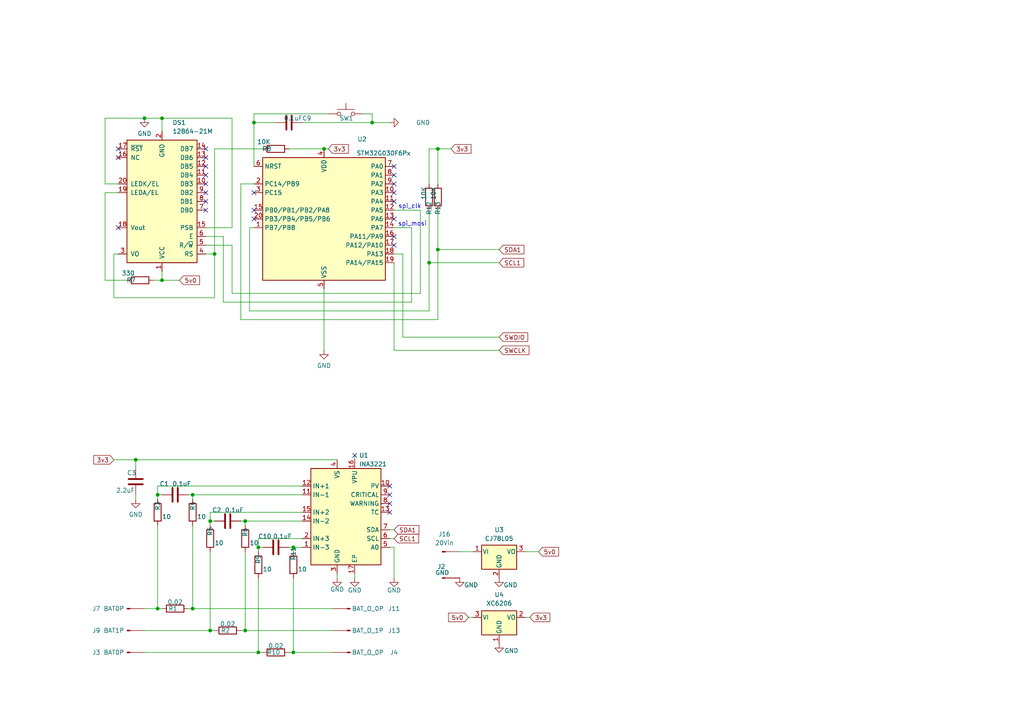
<source format=kicad_sch>
(kicad_sch (version 20240417) (generator "eeschema") (generator_version "8.99")
  (paper "A4")
  (title_block (title "INA3221-MCU") (comment 1 "extboard"))
  (lib_symbols
    (symbol "Conn_01x01_Pin_1" (pin_numbers hide) (pin_names (offset 1.016) hide)
      (property "Reference" "J" (at 0 2.54 0))
      (property "Value" "Conn_01x01_Pin" (at 0 -2.54 0))
      (symbol "Conn_01x01_Pin_1_1_1"
        (rectangle (start 0.8636 0.127) (end 0 -0.127) (stroke (width 0.1524)) (fill (type outline)))
        (polyline (pts (xy 1.27 0) (xy 0.8636 0)) (stroke (width 0.1524)))
        (pin passive line (at 5.08 0 180) (length 3.81) (name "Pin_1") (number "1"))
      )
    )
    (symbol "Conn_01x01_Pin_12" (pin_numbers hide) (pin_names (offset 1.016) hide)
      (property "Reference" "J" (at 0 2.54 0))
      (property "Value" "Conn_01x01_Pin" (at 0 -2.54 0))
      (symbol "Conn_01x01_Pin_12_1_1"
        (rectangle (start 0.8636 0.127) (end 0 -0.127) (stroke (width 0.1524)) (fill (type outline)))
        (polyline (pts (xy 1.27 0) (xy 0.8636 0)) (stroke (width 0.1524)))
        (pin passive line (at 5.08 0 180) (length 3.81) (name "Pin_1") (number "1"))
      )
    )
    (symbol "Conn_01x01_Pin_3" (pin_numbers hide) (pin_names (offset 1.016) hide)
      (property "Reference" "J" (at 0 2.54 0))
      (property "Value" "Conn_01x01_Pin" (at 0 -2.54 0))
      (symbol "Conn_01x01_Pin_3_1_1"
        (rectangle (start 0.8636 0.127) (end 0 -0.127) (stroke (width 0.1524)) (fill (type outline)))
        (polyline (pts (xy 1.27 0) (xy 0.8636 0)) (stroke (width 0.1524)))
        (pin passive line (at 5.08 0 180) (length 3.81) (name "Pin_1") (number "1"))
      )
    )
    (symbol "Conn_01x01_Pin_5" (pin_numbers hide) (pin_names (offset 1.016) hide)
      (property "Reference" "J" (at 0 2.54 0))
      (property "Value" "Conn_01x01_Pin" (at 0 -2.54 0))
      (symbol "Conn_01x01_Pin_5_1_1"
        (rectangle (start 0.8636 0.127) (end 0 -0.127) (stroke (width 0.1524)) (fill (type outline)))
        (polyline (pts (xy 1.27 0) (xy 0.8636 0)) (stroke (width 0.1524)))
        (pin passive line (at 5.08 0 180) (length 3.81) (name "Pin_1") (number "1"))
      )
    )
    (symbol "Conn_01x01_Pin_7" (pin_numbers hide) (pin_names (offset 1.016) hide)
      (property "Reference" "J" (at 0 2.54 0))
      (property "Value" "Conn_01x01_Pin" (at 0 -2.54 0))
      (symbol "Conn_01x01_Pin_7_1_1"
        (rectangle (start 0.8636 0.127) (end 0 -0.127) (stroke (width 0.1524)) (fill (type outline)))
        (polyline (pts (xy 1.27 0) (xy 0.8636 0)) (stroke (width 0.1524)))
        (pin passive line (at 5.08 0 180) (length 3.81) (name "Pin_1") (number "1"))
      )
    )
    (symbol "Device:C" (pin_numbers hide) (pin_names (offset 0.254))
      (property "Reference" "C" (at 0.635 2.54 0))
      (property "Value" "C" (at 0.635 -2.54 0))
      (symbol "C_0_1"
        (polyline (pts (xy -2.032 0.762) (xy 2.032 0.762)) (stroke (width 0.508)))
        (polyline (pts (xy -2.032 -0.762) (xy 2.032 -0.762)) (stroke (width 0.508)))
      )
      (symbol "C_1_1"
        (pin passive line (at 0 3.81 270) (length 2.794) (name "~") (number "1"))
        (pin passive line (at 0 -3.81 90) (length 2.794) (name "~") (number "2"))
      )
    )
    (symbol "Device:R" (pin_numbers hide) (pin_names (offset 0))
      (property "Reference" "R" (at 2.032 0 90))
      (property "Value" "R" (at 0 0 90))
      (symbol "R_0_1"
        (rectangle (start -1.016 -2.54) (end 1.016 2.54) (stroke (width 0.254)))
      )
      (symbol "R_1_1"
        (pin passive line (at 0 3.81 270) (length 1.27) (name "~") (number "1"))
        (pin passive line (at 0 -3.81 90) (length 1.27) (name "~") (number "2"))
      )
    )
    (symbol "Display_Graphic:AG12864E" (pin_names (offset 1.016))
      (property "Reference" "DS1" (at 2.1941 22.86 0))
      (property "Value" "12864-21M" (at 2.1941 20.32 0))
      (symbol "AG12864E_0_1"
        (rectangle (start -10.16 17.78) (end 10.16 -17.78) (stroke (width 0.254)) (fill (type background)))
      )
      (symbol "AG12864E_1_1"
        (pin power_in line (at 0 20.32 270) (length 2.54) (name "VCC") (number "1"))
        (pin bidirectional line (at -12.7 -5.08 0) (length 2.54) (name "DB3") (number "10"))
        (pin bidirectional line (at -12.7 -7.62 0) (length 2.54) (name "DB4") (number "11"))
        (pin bidirectional line (at -12.7 -10.16 0) (length 2.54) (name "DB5") (number "12"))
        (pin bidirectional line (at -12.7 -12.7 0) (length 2.54) (name "DB6") (number "13"))
        (pin bidirectional line (at -12.7 -15.24 0) (length 2.54) (name "DB7") (number "14"))
        (pin input line (at -12.7 7.62 0) (length 2.54) (name "PSB") (number "15"))
        (pin no_connect line (at 12.7 -12.7 180) (length 2.54) (name "NC") (number "16"))
        (pin input line (at 12.7 -15.24 180) (length 2.54) (name "~{RST}") (number "17"))
        (pin passive line (at 12.7 7.62 180) (length 2.54) (name "Vout") (number "18"))
        (pin passive line (at 12.7 -2.54 180) (length 2.54) (name "LEDA/EL") (number "19"))
        (pin power_in line (at 0 -20.32 90) (length 2.54) (name "GND") (number "2"))
        (pin passive line (at 12.7 -5.08 180) (length 2.54) (name "LEDK/EL") (number "20"))
        (pin passive line (at 12.7 15.24 180) (length 2.54) (name "VO") (number "3"))
        (pin input line (at -12.7 15.24 0) (length 2.54) (name "RS") (number "4"))
        (pin input line (at -12.7 12.7 0) (length 2.54) (name "R/~{W}") (number "5"))
        (pin input line (at -12.7 10.16 0) (length 2.54) (name "E") (number "6"))
        (pin bidirectional line (at -12.7 2.54 0) (length 2.54) (name "DB0") (number "7"))
        (pin bidirectional line (at -12.7 0 0) (length 2.54) (name "DB1") (number "8"))
        (pin bidirectional line (at -12.7 -2.54 0) (length 2.54) (name "DB2") (number "9"))
      )
    )
    (symbol "MCU_ST_STM32G0:STM32G030F6Px"
      (property "Reference" "U" (at -17.78 19.05 0))
      (property "Value" "STM32G030F6Px" (at 2.54 19.05 0))
      (symbol "STM32G030F6Px_0_1"
        (rectangle (start -17.78 -17.78) (end 17.78 17.78) (stroke (width 0.254)) (fill (type background)))
      )
      (symbol "STM32G030F6Px_1_1"
        (pin bidirectional line (at -20.32 -2.54 0) (length 2.54) (name "PB7/PB8") (number "1"))
        (pin bidirectional line (at 20.32 7.62 180) (length 2.54) (name "PA3") (number "10"))
        (pin bidirectional line (at 20.32 5.08 180) (length 2.54) (name "PA4") (number "11"))
        (pin bidirectional line (at 20.32 2.54 180) (length 2.54) (name "PA5") (number "12"))
        (pin bidirectional line (at 20.32 0 180) (length 2.54) (name "PA6") (number "13"))
        (pin bidirectional line (at 20.32 -2.54 180) (length 2.54) (name "PA7") (number "14"))
        (pin bidirectional line (at -20.32 2.54 0) (length 2.54) (name "PB0/PB1/PB2/PA8") (number "15"))
        (pin bidirectional line (at 20.32 -5.08 180) (length 2.54) (name "PA11/PA9") (number "16"))
        (pin bidirectional line (at 20.32 -7.62 180) (length 2.54) (name "PA12/PA10") (number "17"))
        (pin bidirectional line (at 20.32 -10.16 180) (length 2.54) (name "PA13") (number "18"))
        (pin bidirectional line (at 20.32 -12.7 180) (length 2.54) (name "PA14/PA15") (number "19"))
        (pin bidirectional line (at -20.32 10.16 0) (length 2.54) (name "PC14/PB9") (number "2"))
        (pin bidirectional line (at -20.32 0 0) (length 2.54) (name "PB3/PB4/PB5/PB6") (number "20"))
        (pin bidirectional line (at -20.32 7.62 0) (length 2.54) (name "PC15") (number "3"))
        (pin power_in line (at 0 20.32 270) (length 2.54) (name "VDD") (number "4"))
        (pin power_in line (at 0 -20.32 90) (length 2.54) (name "VSS") (number "5"))
        (pin input line (at -20.32 15.24 0) (length 2.54) (name "NRST") (number "6"))
        (pin bidirectional line (at 20.32 15.24 180) (length 2.54) (name "PA0") (number "7"))
        (pin bidirectional line (at 20.32 12.7 180) (length 2.54) (name "PA1") (number "8"))
        (pin bidirectional line (at 20.32 10.16 180) (length 2.54) (name "PA2") (number "9"))
      )
    )
    (symbol "Power_Management:INA3221"
      (property "Reference" "U" (at -10.16 17.78 0))
      (property "Value" "INA3221" (at 5.08 17.78 0))
      (symbol "INA3221_0_1"
        (rectangle (start 10.16 -12.7) (end -10.16 15.24) (stroke (width 0.254)) (fill (type background)))
      )
      (symbol "INA3221_1_1"
        (pin input line (at -12.7 -7.62 0) (length 2.54) (name "IN-3") (number "1"))
        (pin open_collector line (at 12.7 10.16 180) (length 2.54) (name "PV") (number "10"))
        (pin input line (at -12.7 7.62 0) (length 2.54) (name "IN-1") (number "11"))
        (pin input line (at -12.7 10.16 0) (length 2.54) (name "IN+1") (number "12"))
        (pin open_collector line (at 12.7 2.54 180) (length 2.54) (name "TC") (number "13"))
        (pin input line (at -12.7 0 0) (length 2.54) (name "IN-2") (number "14"))
        (pin input line (at -12.7 2.54 0) (length 2.54) (name "IN+2") (number "15"))
        (pin power_in line (at 2.54 17.78 270) (length 2.54) (name "VPU") (number "16"))
        (pin passive line (at 2.54 -15.24 90) (length 2.54) (name "EP") (number "17"))
        (pin input line (at -12.7 -5.08 0) (length 2.54) (name "IN+3") (number "2"))
        (pin power_in line (at -2.54 -15.24 90) (length 2.54) (name "GND") (number "3"))
        (pin power_in line (at -2.54 17.78 270) (length 2.54) (name "VS") (number "4"))
        (pin input line (at 12.7 -7.62 180) (length 2.54) (name "A0") (number "5"))
        (pin input line (at 12.7 -5.08 180) (length 2.54) (name "SCL") (number "6"))
        (pin bidirectional line (at 12.7 -2.54 180) (length 2.54) (name "SDA") (number "7"))
        (pin open_collector line (at 12.7 5.08 180) (length 2.54) (name "WARNING") (number "8"))
        (pin open_collector line (at 12.7 7.62 180) (length 2.54) (name "CRITICAL") (number "9"))
      )
    )
    (symbol "Regulator_Linear:AZ1117-3.3" (pin_names (offset 0.254))
      (property "Reference" "U" (at -3.81 3.175 0))
      (property "Value" "AZ1117-3.3" (at 0 3.175 0))
      (symbol "AZ1117-3.3_0_1"
        (rectangle (start -5.08 1.905) (end 5.08 -5.08) (stroke (width 0.254)) (fill (type background)))
      )
      (symbol "AZ1117-3.3_1_1"
        (pin power_in line (at 0 -7.62 90) (length 2.54) (name "GND") (number "1"))
        (pin power_out line (at 7.62 0 180) (length 2.54) (name "VO") (number "2"))
        (pin power_in line (at -7.62 0 0) (length 2.54) (name "VI") (number "3"))
      )
    )
    (symbol "Regulator_Linear:KA78M05_TO252" (pin_names (offset 0.254))
      (property "Reference" "U" (at -3.81 3.175 0))
      (property "Value" "KA78M05_TO252" (at 0 3.175 0))
      (symbol "KA78M05_TO252_0_1"
        (rectangle (start -5.08 1.905) (end 5.08 -5.08) (stroke (width 0.254)) (fill (type background)))
      )
      (symbol "KA78M05_TO252_1_1"
        (pin power_in line (at -7.62 0 0) (length 2.54) (name "VI") (number "1"))
        (pin power_in line (at 0 -7.62 90) (length 2.54) (name "GND") (number "2"))
        (pin power_out line (at 7.62 0 180) (length 2.54) (name "VO") (number "3"))
      )
    )
    (symbol "Switch:SW_Push" (pin_numbers hide) (pin_names (offset 1.016) hide)
      (property "Reference" "SW" (at 1.27 2.54 0))
      (property "Value" "SW_Push" (at 0 -1.524 0))
      (symbol "SW_Push_0_1"
        (circle (center -2.032 0) (radius 0.508))
        (polyline (pts (xy 0 1.27) (xy 0 3.048)))
        (circle (center 2.032 0) (radius 0.508))
        (polyline (pts (xy 2.54 1.27) (xy -2.54 1.27)))
        (pin passive line (at -5.08 0 0) (length 2.54) (name "1") (number "1"))
        (pin passive line (at 5.08 0 180) (length 2.54) (name "2") (number "2"))
      )
    )
    (symbol "power:GND" (power) (pin_names (offset 0))
      (property "Value" "GND" (at 0 -3.81 0))
      (symbol "GND_0_1"
        (polyline (pts (xy 0 0) (xy 0 -1.27) (xy 1.27 -1.27) (xy 0 -2.54) (xy -1.27 -1.27) (xy 0 -1.27)))
      )
      (symbol "GND_1_1"
        (pin power_in line (at 0 0 270) (length 0) hide (name "GND") (number "1"))
      )
    )
  )
  (text "spi_clk" (at 118.872 59.944 0) (effects (font (size 1.27 1.27))))
  (text "spi_mosi" (at 119.634 65.024 0) (effects (font (size 1.27 1.27))))
  (junction (at 55.88 176.53))
  (junction (at 73.66 35.56))
  (junction (at 45.72 176.53))
  (junction (at 85.09 189.23))
  (junction (at 107.95 35.56))
  (junction (at 62.23 73.66))
  (junction (at 39.37 133.35))
  (junction (at 46.99 34.29))
  (junction (at 74.93 189.23))
  (junction (at 60.96 182.88))
  (junction (at 93.98 43.18))
  (junction (at 124.46 76.2))
  (junction (at 55.88 143.51))
  (junction (at 85.09 158.75))
  (junction (at 60.96 151.13))
  (junction (at 41.91 34.29))
  (junction (at 127 43.18))
  (junction (at 71.12 182.88))
  (junction (at 45.72 143.51))
  (junction (at 46.99 81.28))
  (junction (at 71.12 151.13))
  (junction (at 127 72.39))
  (junction (at 74.93 158.75))
  (no_connect (at 73.66 55.88))
  (no_connect (at 59.69 55.88))
  (no_connect (at 59.69 53.34))
  (no_connect (at 114.3 68.58))
  (no_connect (at 59.69 50.8))
  (no_connect (at 113.03 140.97))
  (no_connect (at 59.69 45.72))
  (no_connect (at 59.69 48.26))
  (no_connect (at 114.3 53.34))
  (no_connect (at 102.87 132.08))
  (no_connect (at 73.66 63.5))
  (no_connect (at 114.3 71.12))
  (no_connect (at 59.69 43.18))
  (no_connect (at 114.3 55.88))
  (no_connect (at 114.3 48.26))
  (no_connect (at 114.3 50.8))
  (no_connect (at 34.29 45.72))
  (no_connect (at 34.29 43.18))
  (no_connect (at 114.3 63.5))
  (no_connect (at 113.03 148.59))
  (no_connect (at 59.69 60.96))
  (no_connect (at 59.69 58.42))
  (no_connect (at 73.66 60.96))
  (no_connect (at 113.03 143.51))
  (no_connect (at 113.03 146.05))
  (no_connect (at 114.3 58.42))
  (no_connect (at 34.29 66.04))
  (wire (pts (xy 127 92.71) (xy 69.85 92.71)))
  (wire (pts (xy 116.84 97.79) (xy 144.78 97.79)))
  (wire (pts (xy 59.69 66.04) (xy 67.31 66.04)))
  (wire (pts (xy 60.96 151.13) (xy 60.96 148.59)))
  (wire (pts (xy 62.23 73.66) (xy 59.69 73.66)))
  (wire (pts (xy 69.85 53.34) (xy 73.66 53.34)))
  (wire (pts (xy 62.23 73.66) (xy 62.23 43.18)))
  (wire (pts (xy 69.85 182.88) (xy 71.12 182.88)))
  (wire (pts (xy 41.91 176.53) (xy 45.72 176.53)))
  (wire (pts (xy 71.12 182.88) (xy 96.52 182.88)))
  (wire (pts (xy 30.48 34.29) (xy 41.91 34.29)))
  (wire (pts (xy 39.37 143.51) (xy 39.37 144.78)))
  (wire (pts (xy 41.91 34.29) (xy 46.99 34.29)))
  (wire (pts (xy 41.91 189.23) (xy 74.93 189.23)))
  (wire (pts (xy 60.96 151.13) (xy 62.23 151.13)))
  (wire (pts (xy 127 43.18) (xy 124.46 43.18)))
  (wire (pts (xy 71.12 151.13) (xy 87.63 151.13)))
  (wire (pts (xy 105.41 33.02) (xy 107.95 33.02)))
  (wire (pts (xy 54.61 143.51) (xy 55.88 143.51)))
  (wire (pts (xy 33.02 133.35) (xy 39.37 133.35)))
  (wire (pts (xy 67.31 71.12) (xy 59.69 71.12)))
  (wire (pts (xy 85.09 160.02) (xy 85.09 158.75)))
  (wire (pts (xy 45.72 176.53) (xy 46.99 176.53)))
  (wire (pts (xy 64.77 87.63) (xy 64.77 68.58)))
  (wire (pts (xy 124.46 76.2) (xy 144.78 76.2)))
  (wire (pts (xy 55.88 176.53) (xy 96.52 176.53)))
  (wire (pts (xy 73.66 66.04) (xy 72.39 66.04)))
  (wire (pts (xy 34.29 53.34) (xy 30.48 53.34)))
  (wire (pts (xy 45.72 140.97) (xy 45.72 143.51)))
  (wire (pts (xy 152.4 160.02) (xy 156.21 160.02)))
  (wire (pts (xy 107.95 35.56) (xy 113.03 35.56)))
  (wire (pts (xy 55.88 143.51) (xy 87.63 143.51)))
  (wire (pts (xy 73.66 33.02) (xy 73.66 35.56)))
  (wire (pts (xy 85.09 189.23) (xy 96.52 189.23)))
  (wire (pts (xy 95.25 43.18) (xy 93.98 43.18)))
  (wire (pts (xy 72.39 66.04) (xy 72.39 90.17)))
  (wire (pts (xy 72.39 90.17) (xy 124.46 90.17)))
  (wire (pts (xy 71.12 160.02) (xy 71.12 182.88)))
  (wire (pts (xy 87.63 140.97) (xy 45.72 140.97)))
  (wire (pts (xy 67.31 66.04) (xy 67.31 34.29)))
  (wire (pts (xy 60.96 182.88) (xy 62.23 182.88)))
  (wire (pts (xy 36.83 81.28) (xy 30.48 81.28)))
  (wire (pts (xy 73.66 35.56) (xy 80.01 35.56)))
  (wire (pts (xy 87.63 35.56) (xy 107.95 35.56)))
  (wire (pts (xy 73.66 35.56) (xy 73.66 48.26)))
  (wire (pts (xy 114.3 73.66) (xy 116.84 73.66)))
  (wire (pts (xy 69.85 92.71) (xy 69.85 53.34)))
  (wire (pts (xy 62.23 43.18) (xy 76.2 43.18)))
  (wire (pts (xy 64.77 68.58) (xy 59.69 68.58)))
  (wire (pts (xy 45.72 152.4) (xy 45.72 176.53)))
  (wire (pts (xy 124.46 43.18) (xy 124.46 53.34)))
  (wire (pts (xy 119.38 66.04) (xy 119.38 87.63)))
  (wire (pts (xy 30.48 53.34) (xy 30.48 34.29)))
  (wire (pts (xy 127 53.34) (xy 127 43.18)))
  (wire (pts (xy 30.48 81.28) (xy 30.48 55.88)))
  (wire (pts (xy 93.98 83.82) (xy 93.98 101.6)))
  (wire (pts (xy 45.72 143.51) (xy 46.99 143.51)))
  (wire (pts (xy 114.3 76.2) (xy 114.3 101.6)))
  (wire (pts (xy 60.96 148.59) (xy 87.63 148.59)))
  (wire (pts (xy 113.03 153.67) (xy 114.3 153.67)))
  (wire (pts (xy 127 60.96) (xy 127 72.39)))
  (wire (pts (xy 69.85 151.13) (xy 71.12 151.13)))
  (wire (pts (xy 60.96 160.02) (xy 60.96 182.88)))
  (wire (pts (xy 114.3 158.75) (xy 113.03 158.75)))
  (wire (pts (xy 114.3 60.96) (xy 121.92 60.96)))
  (wire (pts (xy 121.92 60.96) (xy 121.92 85.09)))
  (wire (pts (xy 114.3 66.04) (xy 119.38 66.04)))
  (wire (pts (xy 114.3 101.6) (xy 144.78 101.6)))
  (wire (pts (xy 152.4 179.07) (xy 153.67 179.07)))
  (wire (pts (xy 55.88 144.78) (xy 55.88 143.51)))
  (wire (pts (xy 54.61 176.53) (xy 55.88 176.53)))
  (wire (pts (xy 60.96 152.4) (xy 60.96 151.13)))
  (wire (pts (xy 135.89 179.07) (xy 137.16 179.07)))
  (wire (pts (xy 74.93 167.64) (xy 74.93 189.23)))
  (wire (pts (xy 102.87 132.08) (xy 102.87 133.35)))
  (wire (pts (xy 46.99 81.28) (xy 46.99 78.74)))
  (wire (pts (xy 62.23 86.36) (xy 62.23 73.66)))
  (wire (pts (xy 124.46 90.17) (xy 124.46 76.2)))
  (wire (pts (xy 113.03 156.21) (xy 114.3 156.21)))
  (wire (pts (xy 127 72.39) (xy 127 92.71)))
  (wire (pts (xy 52.07 81.28) (xy 46.99 81.28)))
  (wire (pts (xy 127 43.18) (xy 130.81 43.18)))
  (wire (pts (xy 33.02 86.36) (xy 62.23 86.36)))
  (wire (pts (xy 67.31 85.09) (xy 67.31 71.12)))
  (wire (pts (xy 107.95 33.02) (xy 107.95 35.56)))
  (wire (pts (xy 45.72 143.51) (xy 45.72 144.78)))
  (wire (pts (xy 33.02 73.66) (xy 34.29 73.66)))
  (wire (pts (xy 97.79 167.64) (xy 97.79 166.37)))
  (wire (pts (xy 85.09 158.75) (xy 87.63 158.75)))
  (wire (pts (xy 74.93 158.75) (xy 76.2 158.75)))
  (wire (pts (xy 124.46 60.96) (xy 124.46 76.2)))
  (wire (pts (xy 39.37 133.35) (xy 39.37 135.89)))
  (wire (pts (xy 46.99 34.29) (xy 67.31 34.29)))
  (wire (pts (xy 71.12 152.4) (xy 71.12 151.13)))
  (wire (pts (xy 67.31 85.09) (xy 121.92 85.09)))
  (wire (pts (xy 74.93 189.23) (xy 76.2 189.23)))
  (wire (pts (xy 30.48 55.88) (xy 34.29 55.88)))
  (wire (pts (xy 46.99 34.29) (xy 46.99 38.1)))
  (wire (pts (xy 41.91 182.88) (xy 60.96 182.88)))
  (wire (pts (xy 102.87 166.37) (xy 102.87 167.64)))
  (wire (pts (xy 83.82 43.18) (xy 93.98 43.18)))
  (wire (pts (xy 133.35 160.02) (xy 137.16 160.02)))
  (wire (pts (xy 95.25 33.02) (xy 73.66 33.02)))
  (wire (pts (xy 83.82 189.23) (xy 85.09 189.23)))
  (wire (pts (xy 114.3 158.75) (xy 114.3 167.64)))
  (wire (pts (xy 85.09 167.64) (xy 85.09 189.23)))
  (wire (pts (xy 64.77 87.63) (xy 119.38 87.63)))
  (wire (pts (xy 33.02 73.66) (xy 33.02 86.36)))
  (wire (pts (xy 39.37 133.35) (xy 97.79 133.35)))
  (wire (pts (xy 74.93 160.02) (xy 74.93 158.75)))
  (wire (pts (xy 74.93 158.75) (xy 74.93 156.21)))
  (wire (pts (xy 116.84 73.66) (xy 116.84 97.79)))
  (wire (pts (xy 127 72.39) (xy 144.78 72.39)))
  (wire (pts (xy 44.45 81.28) (xy 46.99 81.28)))
  (wire (pts (xy 74.93 156.21) (xy 87.63 156.21)))
  (wire (pts (xy 83.82 158.75) (xy 85.09 158.75)))
  (wire (pts (xy 55.88 152.4) (xy 55.88 176.53)))
  (global_label "SCL1" (shape input) (at 144.78 76.2 0) (property "Intersheetrefs" "${INTERSHEET_REFS}" (effects (hide yes))))
  (global_label "5v0" (shape input) (at 52.07 81.28 0) (property "Intersheetrefs" "${INTERSHEET_REFS}" (effects (hide yes))))
  (global_label "3v3" (shape input) (at 95.25 43.18 0) (property "Intersheetrefs" "${INTERSHEET_REFS}" (effects (hide yes))))
  (global_label "SWDIO" (shape input) (at 144.78 97.79 0) (property "Intersheetrefs" "${INTERSHEET_REFS}" (effects (hide yes))))
  (global_label "5v0" (shape input) (at 135.89 179.07 180) (property "Intersheetrefs" "${INTERSHEET_REFS}" (effects (hide yes))))
  (global_label "3v3" (shape input) (at 33.02 133.35 180) (property "Intersheetrefs" "${INTERSHEET_REFS}" (effects (hide yes))))
  (global_label "5v0" (shape input) (at 156.21 160.02 0) (property "Intersheetrefs" "${INTERSHEET_REFS}" (effects (hide yes))))
  (global_label "SDA1" (shape input) (at 144.78 72.39 0) (property "Intersheetrefs" "${INTERSHEET_REFS}" (effects (hide yes))))
  (global_label "SCL1" (shape input) (at 114.3 156.21 0) (property "Intersheetrefs" "${INTERSHEET_REFS}" (effects (hide yes))))
  (global_label "3v3" (shape input) (at 130.81 43.18 0) (property "Intersheetrefs" "${INTERSHEET_REFS}" (effects (hide yes))))
  (global_label "SDA1" (shape input) (at 114.3 153.67 0) (property "Intersheetrefs" "${INTERSHEET_REFS}" (effects (hide yes))))
  (global_label "SWCLK" (shape input) (at 144.78 101.6 0) (property "Intersheetrefs" "${INTERSHEET_REFS}" (effects (hide yes))))
  (global_label "3v3" (shape input) (at 153.67 179.07 0) (property "Intersheetrefs" "${INTERSHEET_REFS}" (effects (hide yes))))
  (symbol (lib_id "Device:R") (at 66.04 182.88 90) (unit 1)
    (property "Reference" "R2" (at 65.405 182.88 90))
    (property "Value" "0.02" (at 66.04 180.975 90))
    (property "Footprint" "Resistor_SMD:R_1206_3216Metric_Pad1.30x1.75mm_HandSolder" (effects (hide yes)))
    (property "Description" "Resistor" (effects (hide yes)))
  )
  (symbol (lib_name "Conn_01x01_Pin_5") (lib_id "Connector:Conn_01x01_Pin") (at 36.83 182.88 0) (unit 1)
    (property "Reference" "J9" (at 27.94 182.88 0))
    (property "Value" "BAT1P" (at 33.02 182.88 0))
    (property "Footprint" "Connector_Wire:SolderWire-0.127sqmm_1x01_D0.48mm_OD1mm" (effects (hide yes)))
    (property "Description" "Generic connector, single row, 01x01, script generated" (effects (hide yes)))
  )
  (symbol (lib_id "Regulator_Linear:AZ1117-3.3") (at 144.78 179.07 0) (unit 1)
    (property "Reference" "U4" (at 144.78 172.466 0))
    (property "Value" "XC6206" (at 144.78 175.006 0))
    (property "Footprint" "Package_TO_SOT_SMD:SOT-23" (effects (hide yes)))
    (property "Description" "1A 20V Fixed LDO Linear Regulator, 3.3V, SOT-89/SOT-223/TO-220/TO-252/TO-263" (effects (hide yes)))
  )
  (symbol (lib_name "Conn_01x01_Pin_3") (lib_id "Connector:Conn_01x01_Pin") (at 36.83 176.53 0) (unit 1)
    (property "Reference" "J7" (at 27.94 176.53 0))
    (property "Value" "BAT0P" (at 33.02 176.53 0))
    (property "Footprint" "Connector_Wire:SolderWire-0.127sqmm_1x01_D0.48mm_OD1mm" (effects (hide yes)))
    (property "Description" "Generic connector, single row, 01x01, script generated" (effects (hide yes)))
  )
  (symbol (lib_id "power:GND") (at 113.03 35.56 90) (unit 1)
    (property "Reference" "#PWR012" (effects (hide yes)))
    (property "Value" "GND" (at 120.65 35.56 90) (effects (justify right)))
  )
  (symbol (lib_name "Conn_01x01_Pin_1") (lib_id "Connector:Conn_01x01_Pin") (at 101.6 189.23 180) (unit 1)
    (property "Reference" "J4" (at 114.3 189.23 0))
    (property "Value" "BAT_O_0P" (at 106.68 189.23 0))
    (property "Footprint" "Connector_Wire:SolderWire-0.127sqmm_1x01_D0.48mm_OD1mm" (effects (hide yes)))
    (property "Description" "Generic connector, single row, 01x01, script generated" (effects (hide yes)))
  )
  (symbol (lib_id "Device:R") (at 74.93 163.83 0) (unit 1)
    (property "Reference" "R9" (at 74.93 163.576 90) (effects (justify left)))
    (property "Value" "10" (at 76.2 165.1 0) (effects (justify left)))
    (property "Footprint" "Resistor_SMD:R_0603_1608Metric_Pad0.98x0.95mm_HandSolder" (effects (hide yes)))
    (property "Description" "Resistor" (effects (hide yes)))
  )
  (symbol (lib_id "power:GND") (at 133.35 167.64 0) (unit 1)
    (property "Reference" "#PWR016" (effects (hide yes)))
    (property "Value" "GND" (at 136.652 169.672 0))
  )
  (symbol (lib_id "Device:R") (at 80.01 189.23 90) (unit 1)
    (property "Reference" "R10" (at 79.375 189.23 90))
    (property "Value" "0.02" (at 80.01 187.325 90))
    (property "Footprint" "Resistor_SMD:R_1206_3216Metric_Pad1.30x1.75mm_HandSolder" (effects (hide yes)))
    (property "Description" "Resistor" (effects (hide yes)))
  )
  (symbol (lib_id "Regulator_Linear:KA78M05_TO252") (at 144.78 160.02 0) (unit 1)
    (property "Reference" "U3" (at 144.78 153.67 0))
    (property "Value" "CJ78L05" (at 144.78 156.21 0))
    (property "Footprint" "Package_TO_SOT_SMD:SOT-89-3" (effects (hide yes)))
    (property "Description" "Positive 500mA 35V Linear Regulator, Fixed Output 5V, TO-252 (D-PAK)" (effects (hide yes)))
  )
  (symbol (lib_id "Device:C") (at 50.8 143.51 90) (unit 1)
    (property "Reference" "C1" (at 47.625 140.335 90))
    (property "Value" "0.1uF" (at 52.705 140.335 90))
    (property "Footprint" "Capacitor_SMD:C_0603_1608Metric_Pad1.08x0.95mm_HandSolder" (effects (hide yes)))
    (property "Description" "Unpolarized capacitor" (effects (hide yes)))
  )
  (symbol (lib_id "power:GND") (at 39.37 144.78 0) (unit 1)
    (property "Reference" "#PWR018" (effects (hide yes)))
    (property "Value" "GND" (at 39.37 149.225 0))
  )
  (symbol (lib_id "Device:R") (at 127 57.15 180) (unit 1)
    (property "Reference" "R13" (at 127 58.42 90) (effects (justify left)))
    (property "Value" "10K" (at 125.73 54.102 90) (effects (justify left)))
    (property "Footprint" "Resistor_SMD:R_0603_1608Metric_Pad0.98x0.95mm_HandSolder" (effects (hide yes)))
  )
  (symbol (lib_name "Conn_01x01_Pin_1") (lib_id "Connector:Conn_01x01_Pin") (at 101.6 176.53 180) (unit 1)
    (property "Reference" "J11" (at 114.3 176.53 0))
    (property "Value" "BAT_O_0P" (at 106.68 176.53 0))
    (property "Footprint" "Connector_Wire:SolderWire-0.127sqmm_1x01_D0.48mm_OD1mm" (effects (hide yes)))
    (property "Description" "Generic connector, single row, 01x01, script generated" (effects (hide yes)))
  )
  (symbol (lib_id "Device:R") (at 124.46 57.15 180) (unit 1)
    (property "Reference" "R12" (at 124.46 58.42 90) (effects (justify left)))
    (property "Value" "10K" (at 122.936 54.102 90) (effects (justify left)))
    (property "Footprint" "Resistor_SMD:R_0603_1608Metric_Pad0.98x0.95mm_HandSolder" (effects (hide yes)))
  )
  (symbol (lib_name "Conn_01x01_Pin_7") (lib_id "Connector:Conn_01x01_Pin") (at 101.6 182.88 180) (unit 1)
    (property "Reference" "J13" (at 114.3 182.88 0))
    (property "Value" "BAT_O_1P" (at 106.68 182.88 0))
    (property "Footprint" "Connector_Wire:SolderWire-0.127sqmm_1x01_D0.48mm_OD1mm" (effects (hide yes)))
    (property "Description" "Generic connector, single row, 01x01, script generated" (effects (hide yes)))
  )
  (symbol (lib_id "Device:R") (at 80.01 43.18 90) (unit 1)
    (property "Reference" "R8" (at 78.74 43.18 90) (effects (justify left)))
    (property "Value" "10K" (at 78.486 41.148 90) (effects (justify left)))
    (property "Footprint" "Resistor_SMD:R_0603_1608Metric_Pad0.98x0.95mm_HandSolder" (effects (hide yes)))
  )
  (symbol (lib_id "Switch:SW_Push") (at 100.33 33.02 0) (unit 1)
    (property "Reference" "SW1" (at 98.425 34.29 0) (effects (justify left)))
    (property "Value" "SW_Push" (effects (hide yes)))
    (property "Footprint" "Button_Switch_SMD:SW_SPST_TL3305A" (effects (hide yes)))
    (property "Description" "Push button switch, generic, two pins" (effects (hide yes)))
  )
  (symbol (lib_id "Device:C") (at 39.37 139.7 0) (unit 1)
    (property "Reference" "C3" (at 36.83 137.16 0) (effects (justify left)))
    (property "Value" "2.2uF" (at 33.655 142.24 0) (effects (justify left)))
    (property "Footprint" "Capacitor_SMD:C_0603_1608Metric_Pad1.08x0.95mm_HandSolder" (effects (hide yes)))
    (property "Description" "Unpolarized capacitor" (effects (hide yes)))
  )
  (symbol (lib_name "Conn_01x01_Pin_3") (lib_id "Connector:Conn_01x01_Pin") (at 36.83 189.23 0) (unit 1)
    (property "Reference" "J3" (at 27.94 189.23 0))
    (property "Value" "BAT0P" (at 33.02 189.23 0))
    (property "Footprint" "Connector_Wire:SolderWire-0.127sqmm_1x01_D0.48mm_OD1mm" (effects (hide yes)))
    (property "Description" "Generic connector, single row, 01x01, script generated" (effects (hide yes)))
  )
  (symbol (lib_id "power:GND") (at 93.98 101.6 0) (unit 1)
    (property "Reference" "#PWR011" (effects (hide yes)))
    (property "Value" "GND" (at 93.98 106.045 0))
  )
  (symbol (lib_id "power:GND") (at 114.3 167.64 0) (unit 1)
    (property "Reference" "#PWR03" (effects (hide yes)))
    (property "Value" "GND" (at 114.3 171.196 0))
  )
  (symbol (lib_id "power:GND") (at 144.78 186.69 0) (unit 1)
    (property "Reference" "#PWR015" (effects (hide yes)))
    (property "Value" "GND" (at 148.336 188.722 0))
  )
  (symbol (lib_id "Power_Management:INA3221") (at 100.33 151.13 0) (unit 1)
    (property "Reference" "U1" (at 104.14 132.08 0) (effects (justify left)))
    (property "Value" "INA3221" (at 104.14 134.62 0) (effects (justify left)))
    (property "Footprint" "Package_DFN_QFN:QFN-16-1EP_4x4mm_P0.65mm_EP2.1x2.1mm" (effects (hide yes)))
    (property "Description" "Triple-Channel High-Side Shunt and Bus Voltage Monitor with I2C and SMBUS Compatible Interface, QFN-16" (effects (hide yes)))
  )
  (symbol (lib_id "power:GND") (at 97.79 167.64 0) (unit 1)
    (property "Reference" "#PWR02" (effects (hide yes)))
    (property "Value" "GND" (at 97.79 170.942 0))
  )
  (symbol (lib_id "Device:R") (at 60.96 156.21 0) (unit 1)
    (property "Reference" "R5" (at 60.96 155.448 90) (effects (justify left)))
    (property "Value" "10" (at 62.23 157.48 0) (effects (justify left)))
    (property "Footprint" "Resistor_SMD:R_0603_1608Metric_Pad0.98x0.95mm_HandSolder" (effects (hide yes)))
    (property "Description" "Resistor" (effects (hide yes)))
  )
  (symbol (lib_id "Display_Graphic:AG12864E") (at 46.99 58.42 180) (unit 1)
    (property "Reference" "DS1" (at 50.0065 35.56 0) (effects (justify right)))
    (property "Value" "12864-21M" (at 50.0065 38.1 0) (effects (justify right)))
    (property "Footprint" "Display:AG12864E" (effects (hide yes)))
    (property "Datasheet" "https://www.digchip.com/datasheets/parts/datasheet/1121/AG-12864E-pdf.php" (effects (hide yes)))
    (property "Description" "Graphics Display 128x64px,  8b parallel, 1/64 Duty, 3.3V or 5V VDD" (effects (hide yes)))
  )
  (symbol (lib_id "power:GND") (at 102.87 167.64 0) (unit 1)
    (property "Reference" "#PWR07" (effects (hide yes)))
    (property "Value" "GND" (at 102.87 171.196 0))
  )
  (symbol (lib_id "Device:C") (at 83.82 35.56 270) (unit 1)
    (property "Reference" "C9" (at 87.63 34.29 90) (effects (justify left)))
    (property "Value" "0.1uF" (at 82.296 34.29 90) (effects (justify left)))
    (property "Footprint" "Capacitor_SMD:C_0603_1608Metric_Pad1.08x0.95mm_HandSolder" (effects (hide yes)))
    (property "Description" "Unpolarized capacitor" (effects (hide yes)))
  )
  (symbol (lib_id "power:GND") (at 144.78 167.64 0) (unit 1)
    (property "Reference" "#PWR06" (effects (hide yes)))
    (property "Value" "GND" (at 148.082 169.672 0))
  )
  (symbol (lib_id "Device:C") (at 66.04 151.13 90) (unit 1)
    (property "Reference" "C2" (at 62.865 147.955 90))
    (property "Value" "0.1uF" (at 67.945 147.955 90))
    (property "Footprint" "Capacitor_SMD:C_0603_1608Metric_Pad1.08x0.95mm_HandSolder" (effects (hide yes)))
    (property "Description" "Unpolarized capacitor" (effects (hide yes)))
  )
  (symbol (lib_id "Device:R") (at 50.8 176.53 90) (unit 1)
    (property "Reference" "R1" (at 50.165 176.53 90))
    (property "Value" "0.02" (at 50.8 174.625 90))
    (property "Footprint" "Resistor_SMD:R_1206_3216Metric_Pad1.30x1.75mm_HandSolder" (effects (hide yes)))
    (property "Description" "Resistor" (effects (hide yes)))
  )
  (symbol (lib_name "Conn_01x01_Pin_12") (lib_id "Connector:Conn_01x01_Pin") (at 128.27 167.64 0) (unit 1)
    (property "Reference" "J2" (at 128.016 164.338 0))
    (property "Value" "GND" (at 128.27 166.116 0))
    (property "Footprint" "Connector_Wire:SolderWire-0.127sqmm_1x01_D0.48mm_OD1mm" (effects (hide yes)))
    (property "Description" "Generic connector, single row, 01x01, script generated" (effects (hide yes)))
  )
  (symbol (lib_id "Device:R") (at 71.12 156.21 0) (unit 1)
    (property "Reference" "R6" (at 71.12 155.702 90) (effects (justify left)))
    (property "Value" "10" (at 72.39 157.48 0) (effects (justify left)))
    (property "Footprint" "Resistor_SMD:R_0603_1608Metric_Pad0.98x0.95mm_HandSolder" (effects (hide yes)))
    (property "Description" "Resistor" (effects (hide yes)))
  )
  (symbol (lib_id "Device:R") (at 55.88 148.59 0) (unit 1)
    (property "Reference" "R4" (at 55.88 148.082 90) (effects (justify left)))
    (property "Value" "10" (at 57.15 149.86 0) (effects (justify left)))
    (property "Footprint" "Resistor_SMD:R_0603_1608Metric_Pad0.98x0.95mm_HandSolder" (effects (hide yes)))
    (property "Description" "Resistor" (effects (hide yes)))
  )
  (symbol (lib_id "MCU_ST_STM32G0:STM32G030F6Px") (at 93.98 63.5 0) (unit 1)
    (property "Reference" "U2" (at 103.632 40.386 0) (effects (justify left)))
    (property "Value" "STM32G030F6Px" (at 103.378 44.45 0) (effects (justify left)))
    (property "Footprint" "Package_SO:TSSOP-20_4.4x6.5mm_P0.65mm" (effects (hide yes)))
    (property "Description" "STMicroelectronics Arm Cortex-M0+ MCU, 32KB flash, 8KB RAM, 64 MHz, 2.0-3.6V, 17 GPIO, TSSOP20" (effects (hide yes)))
  )
  (symbol (lib_id "power:GND") (at 41.91 34.29 0) (unit 1)
    (property "Reference" "#PWR01" (effects (hide yes)))
    (property "Value" "GND" (at 41.91 38.735 0))
  )
  (symbol (lib_id "Device:R") (at 45.72 148.59 0) (unit 1)
    (property "Reference" "R3" (at 45.72 148.082 90) (effects (justify left)))
    (property "Value" "10" (at 46.99 149.86 0) (effects (justify left)))
    (property "Footprint" "Resistor_SMD:R_0603_1608Metric_Pad0.98x0.95mm_HandSolder" (effects (hide yes)))
    (property "Description" "Resistor" (effects (hide yes)))
  )
  (symbol (lib_id "Device:R") (at 85.09 163.83 0) (unit 1)
    (property "Reference" "R11" (at 85.09 162.56 90) (effects (justify left)))
    (property "Value" "10" (at 86.36 165.1 0) (effects (justify left)))
    (property "Footprint" "Resistor_SMD:R_0603_1608Metric_Pad0.98x0.95mm_HandSolder" (effects (hide yes)))
    (property "Description" "Resistor" (effects (hide yes)))
  )
  (symbol (lib_id "Device:R") (at 40.64 81.28 90) (unit 1)
    (property "Reference" "R7" (at 39.37 81.28 90) (effects (justify left)))
    (property "Value" "330" (at 39.116 79.248 90) (effects (justify left)))
    (property "Footprint" "Resistor_SMD:R_0603_1608Metric_Pad0.98x0.95mm_HandSolder" (effects (hide yes)))
  )
  (symbol (lib_id "Device:C") (at 80.01 158.75 90) (unit 1)
    (property "Reference" "C10" (at 76.835 155.575 90))
    (property "Value" "0.1uF" (at 81.915 155.575 90))
    (property "Footprint" "Capacitor_SMD:C_0603_1608Metric_Pad1.08x0.95mm_HandSolder" (effects (hide yes)))
    (property "Description" "Unpolarized capacitor" (effects (hide yes)))
  )
  (symbol (lib_name "Conn_01x01_Pin_12") (lib_id "Connector:Conn_01x01_Pin") (at 128.27 160.02 0) (unit 1)
    (property "Reference" "J16" (at 128.905 154.94 0))
    (property "Value" "20Vin" (at 128.905 157.48 0))
    (property "Footprint" "Connector_Wire:SolderWire-0.127sqmm_1x01_D0.48mm_OD1mm" (effects (hide yes)))
    (property "Description" "Generic connector, single row, 01x01, script generated" (effects (hide yes)))
  )
)
</source>
